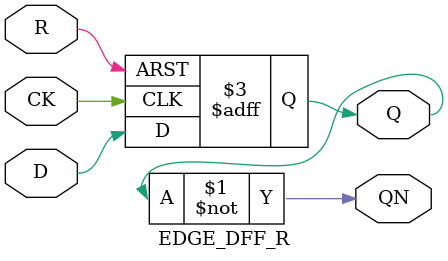
<source format=v>


// THIS SOFTWARE IS PROVIDED BY THE COPYRIGHT HOLDERS AND CONTRIBUTORS "AS IS" AND
// ANY EXPRESS OR IMPLIED WARRANTIES, INCLUDING, BUT NOT LIMITED TO, THE IMPLIED
// WARRANTIES OF MERCHANTABILITY AND FITNESS FOR A PARTICULAR PURPOSE ARE
// DISCLAIMED. IN NO EVENT SHALL YANG ZHANG, HAIPENG ZHA, AND HUIMEI CHENG BE LIABLE FOR ANY
// DIRECT, INDIRECT, INCIDENTAL, SPECIAL, EXEMPLARY, OR CONSEQUENTIAL DAMAGES
// (INCLUDING, BUT NOT LIMITED TO, PROCUREMENT OF SUBSTITUTE GOODS OR SERVICES;
// LOSS OF USE, DATA, OR PROFITS; OR BUSINESS INTERRUPTION) HOWEVER CAUSED AND
// ON ANY THEORY OF LIABILITY, WHETHER IN CONTRACT, STRICT LIABILITY, OR TORT
// (INCLUDING NEGLIGENCE OR OTHERWISE) ARISING IN ANY WAY OUT OF THE USE OF THIS
// SOFTWARE, EVEN IF ADVISED OF THE POSSIBILITY OF SUCH DAMAGE.




module EDGE_DFF_R(D,Q,QN,CK,R);

input D,CK,R;
output reg Q;
output wire QN;
assign QN=~Q;
always @(posedge CK or posedge R)
begin
	if (R)
		Q<=0;
	else
		Q<=D;
end
endmodule


</source>
